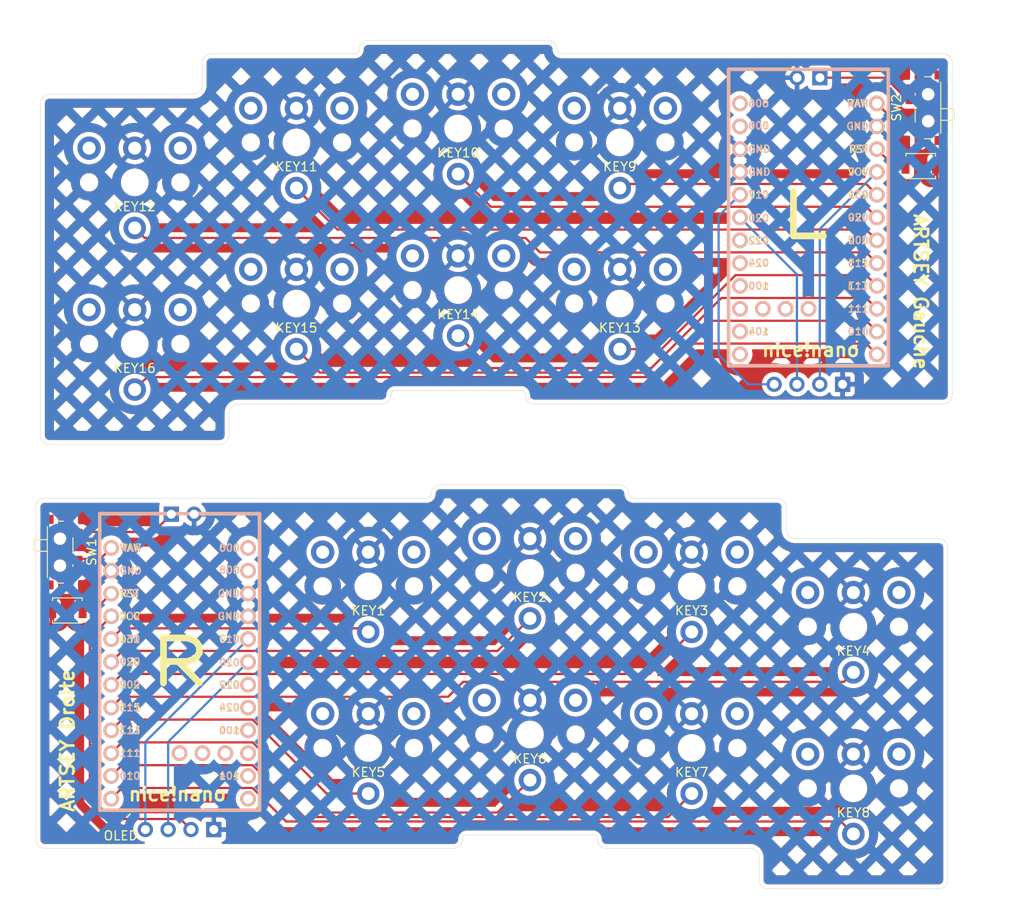
<source format=kicad_pcb>
(kicad_pcb (version 20221018) (generator pcbnew)
  (layers (0 "F.Cu" signal) (31 "B.Cu" signal) (34 "B.Paste" user) (35 "F.Paste" user) (36 "B.SilkS" user "B.Silkscreen") (37 "F.SilkS" user "F.Silkscreen") (38 "B.Mask" user) (39 "F.Mask" user) (44 "Edge.Cuts" user))
  (net 0 "")
  (net 1 "GND")
  (net 2 "R1C1")
  (net 3 "R1C2")
  (net 4 "R1C3")
  (net 5 "R1C4")
  (net 6 "R2C1")
  (net 7 "R2C2")
  (net 8 "R2C3")
  (net 9 "R2C4")
  (net 10 "VCC")
  (net 11 "Net-(J1-Pad1)")
  (net 12 "SDA")
  (net 13 "SCL")
  (net 14 "RST")
  (net 54 "Net-(U2-Pad24)")
  (net 55 "Net-(J3-Pad1)")
  (net 56 "VCCb")
  (net 57 "SCLb")
  (net 58 "SDAb")
  (net 61 "R1C1b")
  (net 64 "R1C2b")
  (net 67 "R1C3b")
  (net 70 "R1C4b")
  (net 73 "R2C1b")
  (net 76 "R2C2b")
  (net 79 "R2C3b")
  (net 82 "R2C4b")
  (net 83 "RSTb")
  (net 84 "Net-(SW1-Pad2)")
  (footprint "Button_Switch_SMD:SW_SPDT_PCM12" (layer "F.Cu") (at 95.401737 87.099424 -90)
    (fp_text reference "SW1")
    (fp_text value "SW_SPDT")
  )
  (footprint "Button_Switch_SMD:SW_SPST_B3U-1000P" (layer "F.Cu") (at 95.901737 93.599424 180)
    (fp_text reference "PUSH1" hide)
    (fp_text value "SW_Push")
  )
  (footprint "Cherry_ML:NoSilk_SW_Cherry_ML_1u_Centred" (layer "F.Cu") (at 129.401737 105.099424)
    (fp_text reference "KEY5")
    (fp_text value "ML")
  )
  (footprint "Cherry_ML:NoSilk_SW_Cherry_ML_1u_Centred" (layer "F.Cu") (at 103.401737 60.099424)
    (fp_text reference "KEY16")
    (fp_text value "ML")
  )
  (footprint "Cherry_ML:NoSilk_SW_Cherry_ML_1u_Centred" (layer "F.Cu") (at 165.401737 87.099424)
    (fp_text reference "KEY3")
    (fp_text value "ML")
  )
  (footprint "Cherry_ML:NoSilk_SW_Cherry_ML_1u_Centred" (layer "F.Cu") (at 183.401737 109.599424)
    (fp_text reference "KEY8")
    (fp_text value "ML")
  )
  (footprint "Cherry_ML:NoSilk_SW_Cherry_ML_1u_Centred" (layer "F.Cu") (at 129.401737 87.099424)
    (fp_text reference "KEY1")
    (fp_text value "ML")
  )
  (footprint "random-keyboard-parts:nice_nano" (layer "F.Cu") (at 178.401737 51.099424 -90)
    (fp_text reference "U2" hide)
    (fp_text value "nice_nano" hide)
  )
  (footprint "Connector_PinHeader_2.54mm:PinHeader_1x02_P2.54mm_Vertical" (layer "F.Cu") (at 179.676737 34.254424 -90)
    (fp_text reference "J3" hide)
    (fp_text value "Conn_01x02")
  )
  (footprint "Cherry_ML:NoSilk_SW_Cherry_ML_1u_Centred" (layer "F.Cu") (at 139.401737 36.099424)
    (fp_text reference "KEY10")
    (fp_text value "ML")
  )
  (footprint "lib:OLED" (layer "F.Cu") (at 172.401737 70.004424 90)
    (fp_text reference "J4" hide)
    (fp_text value "Conn_01x04")
  )
  (footprint "Cherry_ML:NoSilk_SW_Cherry_ML_1u_Centred" (layer "F.Cu") (at 147.401737 85.599424)
    (fp_text reference "KEY2")
    (fp_text value "ML")
  )
  (footprint "Button_Switch_SMD:SW_SPDT_PCM12" (layer "F.Cu") (at 191.401737 37.599424 90)
    (fp_text reference "SW2")
    (fp_text value "SW_SPDT")
  )
  (footprint "Cherry_ML:NoSilk_SW_Cherry_ML_1u_Centred" (layer "F.Cu") (at 183.401737 91.599424)
    (fp_text reference "KEY4")
    (fp_text value "ML")
  )
  (footprint "Connector_PinHeader_2.54mm:PinHeader_1x02_P2.54mm_Vertical" (layer "F.Cu") (at 107.471737 82.874958 90)
    (fp_text reference "J1" hide)
    (fp_text value "Conn_01x02")
  )
  (footprint "Cherry_ML:NoSilk_SW_Cherry_ML_1u_Centred" (layer "F.Cu") (at 157.401737 37.649424)
    (fp_text reference "KEY9")
    (fp_text value "ML")
  )
  (footprint "Cherry_ML:NoSilk_SW_Cherry_ML_1u_Centred" (layer "F.Cu") (at 147.401737 103.599424)
    (fp_text reference "KEY6")
    (fp_text value "ML")
  )
  (footprint "Button_Switch_SMD:SW_SPST_B3U-1000P" (layer "F.Cu") (at 190.901737 44.099424)
    (fp_text reference "PUSH2" hide)
    (fp_text value "SW_Push")
  )
  (footprint "lib:OLED" (layer "F.Cu") (at 102.401737 119.599424 90)
    (fp_text reference "J2" hide)
    (fp_text value "Conn_01x04")
  )
  (footprint "Cherry_ML:NoSilk_SW_Cherry_ML_1u_Centred" (layer "F.Cu") (at 121.401737 37.649424)
    (fp_text reference "KEY11")
    (fp_text value "ML")
  )
  (footprint "Cherry_ML:NoSilk_SW_Cherry_ML_1u_Centred" (layer "F.Cu") (at 103.401737 42.099424)
    (fp_text reference "KEY12")
    (fp_text value "ML")
  )
  (footprint "Cherry_ML:NoSilk_SW_Cherry_ML_1u_Centred" (layer "F.Cu") (at 157.401737 55.599424)
    (fp_text reference "KEY13")
    (fp_text value "ML")
  )
  (footprint "Cherry_ML:NoSilk_SW_Cherry_ML_1u_Centred" (layer "F.Cu") (at 121.401737 55.599424)
    (fp_text reference "KEY15")
    (fp_text value "ML")
  )
  (footprint "Cherry_ML:NoSilk_SW_Cherry_ML_1u_Centred" (layer "F.Cu") (at 165.401737 105.099424)
    (fp_text reference "KEY7")
    (fp_text value "ML")
  )
  (footprint "Cherry_ML:NoSilk_SW_Cherry_ML_1u_Centred" (layer "F.Cu") (at 139.401737 54.099424)
    (fp_text reference "KEY14")
    (fp_text value "ML")
  )
  (footprint "random-keyboard-parts:nice_nano" (layer "B.Cu") (at 108.401737 100.599424 -90)
    (fp_text reference "U1" hide)
    (fp_text value "nice_nano" hide)
  )
  (gr_arc (start 147.901737 70.599424) (mid 147.19463 70.306531) (end 146.901737 69.599424) (stroke (width 0.05)) (layer "Edge.Cuts"))
  (gr_arc (start 193.401737 31.599424) (mid 194.108844 31.892317) (end 194.401737 32.599424) (stroke (width 0.05)) (layer "Edge.Cuts"))
  (gr_arc (start 110.901737 32.599424) (mid 111.19463 31.892317) (end 111.901737 31.599424) (stroke (width 0.05)) (layer "Edge.Cuts"))
  (gr_arc (start 110.901737 35.099424) (mid 110.608844 35.806531) (end 109.901737 36.099424) (stroke (width 0.05)) (layer "Edge.Cuts"))
  (gr_arc (start 93.901737 75.099424) (mid 93.19463 74.806531) (end 92.901737 74.099424) (stroke (width 0.05)) (layer "Edge.Cuts"))
  (gr_arc (start 128.401737 31.099424) (mid 128.25529 31.452977) (end 127.901737 31.599424) (stroke (width 0.05)) (layer "Edge.Cuts"))
  (gr_arc (start 150.901737 31.599424) (mid 150.548184 31.452977) (end 150.401737 31.099424) (stroke (width 0.05)) (layer "Edge.Cuts"))
  (gr_arc (start 157.401737 79.599424) (mid 158.108846 79.892315) (end 158.401737 80.599424) (stroke (width 0.05)) (layer "Edge.Cuts"))
  (gr_line (start 110.901737 35.099424) (end 110.901737 32.599424) (stroke (width 0.05)) (layer "Edge.Cuts"))
  (gr_line (start 150.901737 31.599424) (end 193.401737 31.599424) (stroke (width 0.05)) (layer "Edge.Cuts"))
  (gr_line (start 193.901737 86.599424) (end 193.901737 123.599424) (stroke (width 0.05)) (layer "Edge.Cuts"))
  (gr_arc (start 136.401737 80.599424) (mid 136.694627 79.89231) (end 137.401737 79.599424) (stroke (width 0.05)) (layer "Edge.Cuts"))
  (gr_line (start 192.901737 85.599424) (end 176.901737 85.599424) (stroke (width 0.05)) (layer "Edge.Cuts"))
  (gr_line (start 158.901737 81.099424) (end 174.901737 81.099424) (stroke (width 0.05)) (layer "Edge.Cuts"))
  (gr_arc (start 139.901737 119.099424) (mid 140.048181 118.745864) (end 140.401737 118.599424) (stroke (width 0.05)) (layer "Edge.Cuts"))
  (gr_arc (start 131.901737 69.599424) (mid 132.048184 69.245871) (end 132.401737 69.099424) (stroke (width 0.05)) (layer "Edge.Cuts"))
  (gr_arc (start 136.401737 80.599424) (mid 136.255287 80.95297) (end 135.901737 81.099424) (stroke (width 0.05)) (layer "Edge.Cuts"))
  (gr_line (start 140.401737 118.599424) (end 154.401737 118.599424) (stroke (width 0.05)) (layer "Edge.Cuts"))
  (gr_line (start 109.901737 36.099424) (end 93.901737 36.099424) (stroke (width 0.05)) (layer "Edge.Cuts"))
  (gr_arc (start 149.401737 30.099424) (mid 150.108844 30.392317) (end 150.401737 31.099424) (stroke (width 0.05)) (layer "Edge.Cuts"))
  (gr_line (start 175.901737 82.099424) (end 175.901737 84.599424) (stroke (width 0.05)) (layer "Edge.Cuts"))
  (gr_line (start 93.401737 81.099424) (end 135.901737 81.099424) (stroke (width 0.05)) (layer "Edge.Cuts"))
  (gr_arc (start 155.901737 120.099424) (mid 155.194632 119.806529) (end 154.901737 119.099424) (stroke (width 0.05)) (layer "Edge.Cuts"))
  (gr_line (start 112.901737 75.099424) (end 93.901737 75.099424) (stroke (width 0.05)) (layer "Edge.Cuts"))
  (gr_arc (start 131.901737 69.599424) (mid 131.608844 70.306531) (end 130.901737 70.599424) (stroke (width 0.05)) (layer "Edge.Cuts"))
  (gr_line (start 171.901737 120.099424) (end 155.901737 120.099424) (stroke (width 0.05)) (layer "Edge.Cuts"))
  (gr_line (start 132.401737 69.099424) (end 146.401737 69.099424) (stroke (width 0.05)) (layer "Edge.Cuts"))
  (gr_arc (start 173.901737 124.599424) (mid 173.194632 124.306529) (end 172.901737 123.599424) (stroke (width 0.05)) (layer "Edge.Cuts"))
  (gr_line (start 137.401737 79.599424) (end 157.401737 79.599424) (stroke (width 0.05)) (layer "Edge.Cuts"))
  (gr_arc (start 192.901737 85.599424) (mid 193.608844 85.892317) (end 193.901737 86.599424) (stroke (width 0.05)) (layer "Edge.Cuts"))
  (gr_line (start 192.901737 124.599424) (end 173.901737 124.599424) (stroke (width 0.05)) (layer "Edge.Cuts"))
  (gr_arc (start 194.401737 69.599424) (mid 194.108844 70.306531) (end 193.401737 70.599424) (stroke (width 0.05)) (layer "Edge.Cuts"))
  (gr_line (start 172.901737 123.599424) (end 172.901737 121.099424) (stroke (width 0.05)) (layer "Edge.Cuts"))
  (gr_arc (start 128.401737 31.099424) (mid 128.69463 30.392317) (end 129.401737 30.099424) (stroke (width 0.05)) (layer "Edge.Cuts"))
  (gr_arc (start 154.401737 118.599424) (mid 154.755292 118.745869) (end 154.901737 119.099424) (stroke (width 0.05)) (layer "Edge.Cuts"))
  (gr_line (start 111.901737 31.599424) (end 127.901737 31.599424) (stroke (width 0.05)) (layer "Edge.Cuts"))
  (gr_arc (start 174.901737 81.099424) (mid 175.608846 81.392315) (end 175.901737 82.099424) (stroke (width 0.05)) (layer "Edge.Cuts"))
  (gr_line (start 194.401737 69.599424) (end 194.401737 32.599424) (stroke (width 0.05)) (layer "Edge.Cuts"))
  (gr_arc (start 193.901737 123.599424) (mid 193.608844 124.306531) (end 192.901737 124.599424) (stroke (width 0.05)) (layer "Edge.Cuts"))
  (gr_line (start 130.901737 70.599424) (end 114.901737 70.599424) (stroke (width 0.05)) (layer "Edge.Cuts"))
  (gr_arc (start 158.901737 81.099424) (mid 158.548186 80.952975) (end 158.401737 80.599424) (stroke (width 0.05)) (layer "Edge.Cuts"))
  (gr_line (start 92.901737 74.099424) (end 92.901737 37.099424) (stroke (width 0.05)) (layer "Edge.Cuts"))
  (gr_arc (start 171.901737 120.099424) (mid 172.608846 120.392315) (end 172.901737 121.099424) (stroke (width 0.05)) (layer "Edge.Cuts"))
  (gr_line (start 138.901737 120.099424) (end 93.401737 120.099424) (stroke (width 0.05)) (layer "Edge.Cuts"))
  (gr_arc (start 146.401737 69.099424) (mid 146.75529 69.245871) (end 146.901737 69.599424) (stroke (width 0.05)) (layer "Edge.Cuts"))
  (gr_arc (start 92.901737 37.099424) (mid 93.19463 36.392317) (end 93.901737 36.099424) (stroke (width 0.05)) (layer "Edge.Cuts"))
  (gr_arc (start 139.901737 119.099424) (mid 139.608841 119.806524) (end 138.901737 120.099424) (stroke (width 0.05)) (layer "Edge.Cuts"))
  (gr_arc (start 113.901737 74.099424) (mid 113.608844 74.806531) (end 112.901737 75.099424) (stroke (width 0.05)) (layer "Edge.Cuts"))
  (gr_arc (start 176.901737 85.599424) (mid 176.194632 85.306529) (end 175.901737 84.599424) (stroke (width 0.05)) (layer "Edge.Cuts"))
  (gr_arc (start 93.401737 120.099424) (mid 92.694632 119.806529) (end 92.401737 119.099424) (stroke (width 0.05)) (layer "Edge.Cuts"))
  (gr_arc (start 113.901737 71.599424) (mid 114.19463 70.892317) (end 114.901737 70.599424) (stroke (width 0.05)) (layer "Edge.Cuts"))
  (gr_line (start 193.401737 70.599424) (end 147.901737 70.599424) (stroke (width 0.05)) (layer "Edge.Cuts"))
  (gr_arc (start 92.401737 82.099424) (mid 92.694627 81.39231) (end 93.401737 81.099424) (stroke (width 0.05)) (layer "Edge.Cuts"))
  (gr_line (start 92.401737 82.099424) (end 92.401737 119.099424) (stroke (width 0.05)) (layer "Edge.Cuts"))
  (gr_line (start 129.401737 30.099424) (end 149.401737 30.099424) (stroke (width 0.05)) (layer "Edge.Cuts"))
  (gr_line (start 113.901737 71.599424) (end 113.901737 74.099424) (stroke (width 0.05)) (layer "Edge.Cuts"))
  (gr_text "ARTSEY Droite" (at 95.901737 108.099424 90) (layer "F.SilkS") (effects (font (size 1.5 1.5) (thickness 0.3))))
  (gr_text "ARTSEY Gauche" (at 190.901737 58.099424 270) (layer "F.SilkS") (effects (font (size 1.5 1.5) (thickness 0.3))))
  (gr_text "L\n" (at 177.901737 49.599424) (layer "F.SilkS") (effects (font (size 5 7) (thickness 0.75))))
  (gr_text "R" (at 108.434056 99.384958) (layer "F.SilkS") (effects (font (size 5 7) (thickness 0.75))))
  (gr_text "OLED" (at 101.830056 118.688958) (layer "F.SilkS") (effects (font (size 1 1))))
  (segment (start 100.781737 96.789424) (end 101.983037 95.588124) (width 0.25) (layer "F.Cu") (net 2))
  (segment (start 101.983037 95.588124) (end 129.000437 95.588124) (width 0.25) (layer "F.Cu") (net 2))
  (segment (start 129.000437 95.588124) (end 129.401737 95.989424) (width 0.25) (layer "F.Cu") (net 2))
  (segment (start 102.011737 98.099424) (end 100.781737 99.329424) (width 0.25) (layer "F.Cu") (net 3))
  (segment (start 143.791737 98.099424) (end 102.011737 98.099424) (width 0.25) (layer "F.Cu") (net 3))
  (segment (start 147.401737 94.489424) (end 143.791737 98.099424) (width 0.25) (layer "F.Cu") (net 3))
  (segment (start 101.983037 100.668124) (end 100.781737 101.869424) (width 0.25) (layer "F.Cu") (net 4))
  (segment (start 160.723037 100.668124) (end 101.983037 100.668124) (width 0.25) (layer "F.Cu") (net 4))
  (segment (start 165.401737 95.989424) (end 160.723037 100.668124) (width 0.25) (layer "F.Cu") (net 4))
  (segment (start 100.781737 104.409424) (end 101.983037 103.208124) (width 0.25) (layer "F.Cu") (net 5))
  (segment (start 182.346737 101.544424) (end 183.401737 100.489424) (width 0.25) (layer "F.Cu") (net 5))
  (segment (start 138.293037 103.208124) (end 139.956737 101.544424) (width 0.25) (layer "F.Cu") (net 5))
  (segment (start 139.956737 101.544424) (end 182.346737 101.544424) (width 0.25) (layer "F.Cu") (net 5))
  (segment (start 101.983037 103.208124) (end 138.293037 103.208124) (width 0.25) (layer "F.Cu") (net 5))
  (segment (start 116.519332 105.748124) (end 101.983037 105.748124) (width 0.25) (layer "F.Cu") (net 6))
  (segment (start 129.401737 113.989424) (end 124.760632 113.989424) (width 0.25) (layer "F.Cu") (net 6))
  (segment (start 101.983037 105.748124) (end 100.781737 106.949424) (width 0.25) (layer "F.Cu") (net 6))
  (segment (start 124.760632 113.989424) (end 116.519332 105.748124) (width 0.25) (layer "F.Cu") (net 6))
  (segment (start 116.519332 108.288124) (end 101.983037 108.288124) (width 0.25) (layer "F.Cu") (net 7))
  (segment (start 147.401737 112.489424) (end 143.791737 116.099424) (width 0.25) (layer "F.Cu") (net 7))
  (segment (start 143.791737 116.099424) (end 124.330632 116.099424) (width 0.25) (layer "F.Cu") (net 7))
  (segment (start 101.983037 108.288124) (end 100.781737 109.489424) (width 0.25) (layer "F.Cu") (net 7))
  (segment (start 124.330632 116.099424) (end 116.519332 108.288124) (width 0.25) (layer "F.Cu") (net 7))
  (segment (start 101.983037 110.828124) (end 100.781737 112.029424) (width 0.25) (layer "F.Cu") (net 8))
  (segment (start 116.519332 110.828124) (end 101.983037 110.828124) (width 0.25) (layer "F.Cu") (net 8))
  (segment (start 122.290632 116.599424) (end 116.519332 110.828124) (width 0.25) (layer "F.Cu") (net 8))
  (segment (start 165.401737 113.989424) (end 162.791737 116.599424) (width 0.25) (layer "F.Cu") (net 8))
  (segment (start 162.791737 116.599424) (end 122.290632 116.599424) (width 0.25) (layer "F.Cu") (net 8))
  (segment (start 182.011737 117.099424) (end 120.250632 117.099424) (width 0.25) (layer "F.Cu") (net 9))
  (segment (start 120.250632 117.099424) (end 116.519332 113.368124) (width 0.25) (layer "F.Cu") (net 9))
  (segment (start 116.519332 113.368124) (end 101.983037 113.368124) (width 0.25) (layer "F.Cu") (net 9))
  (segment (start 101.983037 113.368124) (end 100.781737 114.569424) (width 0.25) (layer "F.Cu") (net 9))
  (segment (start 183.401737 118.489424) (end 182.011737 117.099424) (width 0.25) (layer "F.Cu") (net 9))
  (segment (start 100.781737 94.249424) (end 98.401737 96.629424) (width 0.25) (layer "F.Cu") (net 10))
  (segment (start 98.401737 96.629424) (end 98.401737 114.599424) (width 0.25) (layer "F.Cu") (net 10))
  (segment (start 100.626737 116.824424) (end 108.486737 116.824424) (width 0.25) (layer "F.Cu") (net 10))
  (segment (start 108.486737 116.824424) (end 109.661737 117.999424) (width 0.25) (layer "F.Cu") (net 10))
  (segment (start 100.626737 116.824424) (end 98.401737 114.599424) (width 0.25) (layer "F.Cu") (net 10))
  (segment (start 105.497271 84.849424) (end 107.471737 82.874958) (width 0.25) (layer "F.Cu") (net 11))
  (segment (start 96.831737 84.849424) (end 105.497271 84.849424) (width 0.25) (layer "F.Cu") (net 11))
  (segment (start 104.581737 108.229424) (end 104.581737 117.999424) (width 0.25) (layer "B.Cu") (net 12))
  (segment (start 116.021737 96.789424) (end 104.581737 108.229424) (width 0.25) (layer "B.Cu") (net 12))
  (segment (start 107.121737 117.999424) (end 107.121737 108.229424) (width 0.25) (layer "B.Cu") (net 13))
  (segment (start 107.121737 108.229424) (end 116.021737 99.329424) (width 0.25) (layer "B.Cu") (net 13))
  (segment (start 98.891737 93.599424) (end 100.781737 91.709424) (width 0.25) (layer "F.Cu") (net 14))
  (segment (start 97.601737 93.599424) (end 98.891737 93.599424) (width 0.25) (layer "F.Cu") (net 14))
  (segment (start 186.021737 37.129424) (end 188.741737 39.849424) (width 0.25) (layer "F.Cu") (net 54))
  (segment (start 188.741737 39.849424) (end 189.971737 39.849424) (width 0.25) (layer "F.Cu") (net 54))
  (segment (start 186.976737 34.254424) (end 179.676737 34.254424) (width 0.25) (layer "F.Cu") (net 55))
  (segment (start 189.971737 36.849424) (end 189.571737 36.849424) (width 0.25) (layer "F.Cu") (net 55))
  (segment (start 189.571737 36.849424) (end 186.976737 34.254424) (width 0.25) (layer "F.Cu") (net 55))
  (segment (start 179.661737 51.109424) (end 186.021737 44.749424) (width 0.25) (layer "B.Cu") (net 56))
  (segment (start 179.661737 68.404424) (end 179.661737 51.109424) (width 0.25) (layer "B.Cu") (net 56))
  (segment (start 177.121737 56.169424) (end 170.781737 49.829424) (width 0.25) (layer "B.Cu") (net 57))
  (segment (start 177.121737 68.404424) (end 177.121737 56.169424) (width 0.25) (layer "B.Cu") (net 57))
  (segment (start 168.401737 65.099424) (end 168.401737 49.669424) (width 0.25) (layer "B.Cu") (net 58))
  (segment (start 171.706737 68.404424) (end 168.401737 65.099424) (width 0.25) (layer "B.Cu") (net 58))
  (segment (start 168.401737 49.669424) (end 170.781737 47.289424) (width 0.25) (layer "B.Cu") (net 58))
  (segment (start 174.581737 68.404424) (end 171.706737 68.404424) (width 0.25) (layer "B.Cu") (net 58))
  (segment (start 184.820437 46.088124) (end 186.021737 47.289424) (width 0.25) (layer "F.Cu") (net 61))
  (segment (start 157.401737 46.539424) (end 157.853037 46.088124) (width 0.25) (layer "F.Cu") (net 61))
  (segment (start 157.853037 46.088124) (end 184.820437 46.088124) (width 0.25) (layer "F.Cu") (net 61))
  (segment (start 184.820437 48.628124) (end 186.021737 49.829424) (width 0.25) (layer "F.Cu") (net 64))
  (segment (start 143.040437 48.628124) (end 184.820437 48.628124) (width 0.25) (layer "F.Cu") (net 64))
  (segment (start 139.401737 44.989424) (end 143.040437 48.628124) (width 0.25) (layer "F.Cu") (net 64))
  (segment (start 184.820437 51.168124) (end 125.970437 51.168124) (width 0.25) (layer "F.Cu") (net 67))
  (segment (start 121.401737 46.599424) (end 121.401737 46.539424) (width 0.25) (layer "F.Cu") (net 67))
  (segment (start 186.021737 52.369424) (end 184.820437 51.168124) (width 0.25) (layer "F.Cu") (net 67))
  (segment (start 125.970437 51.168124) (end 121.401737 46.599424) (width 0.25) (layer "F.Cu") (net 67))
  (segment (start 148.510437 53.708124) (end 146.901737 52.099424) (width 0.25) (layer "F.Cu") (net 70))
  (segment (start 186.021737 54.909424) (end 184.820437 53.708124) (width 0.25) (layer "F.Cu") (net 70))
  (segment (start 184.820437 53.708124) (end 148.510437 53.708124) (width 0.25) (layer "F.Cu") (net 70))
  (segment (start 104.511737 52.099424) (end 103.401737 50.989424) (width 0.25) (layer "F.Cu") (net 70))
  (segment (start 146.901737 52.099424) (end 104.511737 52.099424) (width 0.25) (layer "F.Cu") (net 70))
  (segment (start 186.021737 57.449424) (end 184.820437 56.248124) (width 0.25) (layer "F.Cu") (net 73))
  (segment (start 170.284142 56.248124) (end 162.042842 64.489424) (width 0.25) (layer "F.Cu") (net 73))
  (segment (start 162.042842 64.489424) (end 157.401737 64.489424) (width 0.25) (layer "F.Cu") (net 73))
  (segment (start 184.820437 56.248124) (end 170.284142 56.248124) (width 0.25) (layer "F.Cu") (net 73))
  (segment (start 186.021737 59.989424) (end 184.820437 58.788124) (width 0.25) (layer "F.Cu") (net 76))
  (segment (start 143.011737 66.599424) (end 139.401737 62.989424) (width 0.25) (layer "F.Cu") (net 76))
  (segment (start 184.820437 58.788124) (end 168.713037 58.788124) (width 0.25) (layer "F.Cu") (net 76))
  (segment (start 168.713037 58.788124) (end 160.901737 66.599424) (width 0.25) (layer "F.Cu") (net 76))
  (segment (start 160.901737 66.599424) (end 143.011737 66.599424) (width 0.25) (layer "F.Cu") (net 76))
  (segment (start 186.021737 62.529424) (end 184.820437 61.328124) (width 0.25) (layer "F.Cu") (net 79))
  (segment (start 161.401737 67.099424) (end 124.011737 67.099424) (width 0.25) (layer "F.Cu") (net 79))
  (segment (start 184.820437 61.328124) (end 167.173037 61.328124) (width 0.25) (layer "F.Cu") (net 79))
  (segment (start 124.011737 67.099424) (end 121.401737 64.489424) (width 0.25) (layer "F.Cu") (net 79))
  (segment (start 167.173037 61.328124) (end 161.401737 67.099424) (width 0.25) (layer "F.Cu") (net 79))
  (segment (start 104.791737 67.599424) (end 161.901737 67.599424) (width 0.25) (layer "F.Cu") (net 82))
  (segment (start 184.820437 63.868124) (end 186.021737 65.069424) (width 0.25) (layer "F.Cu") (net 82))
  (segment (start 103.401737 68.989424) (end 104.791737 67.599424) (width 0.25) (layer "F.Cu") (net 82))
  (segment (start 161.901737 67.599424) (end 165.633037 63.868124) (width 0.25) (layer "F.Cu") (net 82))
  (segment (start 165.633037 63.868124) (end 184.820437 63.868124) (width 0.25) (layer "F.Cu") (net 82))
  (segment (start 187.911737 44.099424) (end 186.021737 42.209424) (width 0.25) (layer "F.Cu") (net 83))
  (segment (start 189.201737 44.099424) (end 187.911737 44.099424) (width 0.25) (layer "F.Cu") (net 83))
  (segment (start 96.831737 87.849424) (end 99.561737 87.849424) (width 0.25) (layer "F.Cu") (net 84))
  (segment (start 99.561737 87.849424) (end 100.781737 86.629424) (width 0.25) (layer "F.Cu") (net 84))
  (zone (net 1) (net_name "GND") (layers "F&B.Cu") (connect_pads (clearance 0.508)) (min_thickness 0.254) (fill yes (mode hatch) (thermal_gap 0.508) (thermal_bridge_width 0.508) (hatch_thickness 1) (hatch_gap 1.5) (hatch_orientation 45) (hatch_border_algorithm hatch_thickness) (hatch_min_hole_area 0.3))
    (polygon (pts (xy 202.401737 128.099424) (xy 88.401737 128.099424) (xy 88.401737 25.599424) (xy 201.901737 25.599424)))
  )
)
</source>
